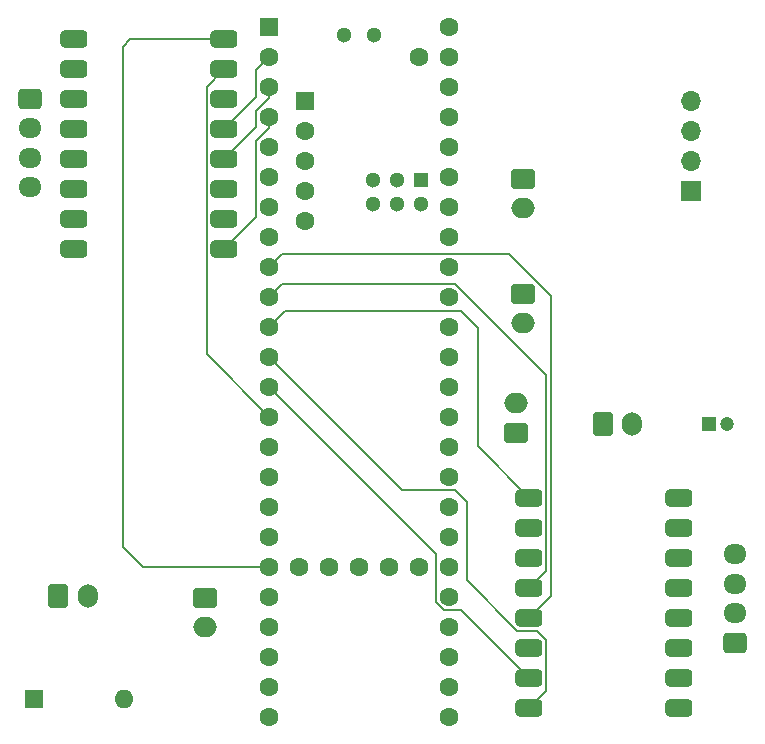
<source format=gbr>
%TF.GenerationSoftware,KiCad,Pcbnew,9.0.1*%
%TF.CreationDate,2025-05-12T19:20:38-04:00*%
%TF.ProjectId,science-board-new,73636965-6e63-4652-9d62-6f6172642d6e,rev?*%
%TF.SameCoordinates,Original*%
%TF.FileFunction,Copper,L4,Bot*%
%TF.FilePolarity,Positive*%
%FSLAX46Y46*%
G04 Gerber Fmt 4.6, Leading zero omitted, Abs format (unit mm)*
G04 Created by KiCad (PCBNEW 9.0.1) date 2025-05-12 19:20:38*
%MOMM*%
%LPD*%
G01*
G04 APERTURE LIST*
G04 Aperture macros list*
%AMRoundRect*
0 Rectangle with rounded corners*
0 $1 Rounding radius*
0 $2 $3 $4 $5 $6 $7 $8 $9 X,Y pos of 4 corners*
0 Add a 4 corners polygon primitive as box body*
4,1,4,$2,$3,$4,$5,$6,$7,$8,$9,$2,$3,0*
0 Add four circle primitives for the rounded corners*
1,1,$1+$1,$2,$3*
1,1,$1+$1,$4,$5*
1,1,$1+$1,$6,$7*
1,1,$1+$1,$8,$9*
0 Add four rect primitives between the rounded corners*
20,1,$1+$1,$2,$3,$4,$5,0*
20,1,$1+$1,$4,$5,$6,$7,0*
20,1,$1+$1,$6,$7,$8,$9,0*
20,1,$1+$1,$8,$9,$2,$3,0*%
G04 Aperture macros list end*
%TA.AperFunction,ComponentPad*%
%ADD10O,1.600000X1.600000*%
%TD*%
%TA.AperFunction,ComponentPad*%
%ADD11R,1.600000X1.600000*%
%TD*%
%TA.AperFunction,ComponentPad*%
%ADD12O,1.700000X2.000000*%
%TD*%
%TA.AperFunction,ComponentPad*%
%ADD13RoundRect,0.250000X-0.600000X-0.750000X0.600000X-0.750000X0.600000X0.750000X-0.600000X0.750000X0*%
%TD*%
%TA.AperFunction,ComponentPad*%
%ADD14R,1.700000X1.700000*%
%TD*%
%TA.AperFunction,ComponentPad*%
%ADD15O,1.700000X1.700000*%
%TD*%
%TA.AperFunction,ComponentPad*%
%ADD16RoundRect,0.250000X0.725000X-0.600000X0.725000X0.600000X-0.725000X0.600000X-0.725000X-0.600000X0*%
%TD*%
%TA.AperFunction,ComponentPad*%
%ADD17O,1.950000X1.700000*%
%TD*%
%TA.AperFunction,ComponentPad*%
%ADD18RoundRect,0.381000X0.762000X0.381000X-0.762000X0.381000X-0.762000X-0.381000X0.762000X-0.381000X0*%
%TD*%
%TA.AperFunction,ComponentPad*%
%ADD19RoundRect,0.381000X-0.762000X-0.381000X0.762000X-0.381000X0.762000X0.381000X-0.762000X0.381000X0*%
%TD*%
%TA.AperFunction,ComponentPad*%
%ADD20RoundRect,0.250000X-0.750000X0.600000X-0.750000X-0.600000X0.750000X-0.600000X0.750000X0.600000X0*%
%TD*%
%TA.AperFunction,ComponentPad*%
%ADD21O,2.000000X1.700000*%
%TD*%
%TA.AperFunction,ComponentPad*%
%ADD22C,1.600000*%
%TD*%
%TA.AperFunction,ComponentPad*%
%ADD23R,1.300000X1.300000*%
%TD*%
%TA.AperFunction,ComponentPad*%
%ADD24C,1.300000*%
%TD*%
%TA.AperFunction,ComponentPad*%
%ADD25R,1.200000X1.200000*%
%TD*%
%TA.AperFunction,ComponentPad*%
%ADD26C,1.200000*%
%TD*%
%TA.AperFunction,ComponentPad*%
%ADD27RoundRect,0.250000X-0.725000X0.600000X-0.725000X-0.600000X0.725000X-0.600000X0.725000X0.600000X0*%
%TD*%
%TA.AperFunction,ComponentPad*%
%ADD28RoundRect,0.250000X0.750000X-0.600000X0.750000X0.600000X-0.750000X0.600000X-0.750000X-0.600000X0*%
%TD*%
%TA.AperFunction,Conductor*%
%ADD29C,0.200000*%
%TD*%
G04 APERTURE END LIST*
D10*
%TO.P,Switch1,2*%
%TO.N,Net-(24To5V1-Vin)*%
X78102500Y-128700000D03*
D11*
%TO.P,Switch1,1*%
%TO.N,Net-(24V1-Pin_1)*%
X70482500Y-128700000D03*
%TD*%
D12*
%TO.P,24V1,2,Pin_2*%
%TO.N,/GND_Teensy*%
X75000000Y-120000000D03*
D13*
%TO.P,24V1,1,Pin_1*%
%TO.N,Net-(24V1-Pin_1)*%
X72500000Y-120000000D03*
%TD*%
%TO.P,Serial3,1,Pin_1*%
%TO.N,/TX_Serial_3*%
X118580000Y-105390000D03*
D12*
%TO.P,Serial3,2,Pin_2*%
%TO.N,/RX_Serial_3*%
X121080000Y-105390000D03*
%TD*%
D14*
%TO.P,24To5V1,1,SHDN*%
%TO.N,unconnected-(24To5V1-SHDN-Pad1)*%
X126080000Y-85690000D03*
D15*
%TO.P,24To5V1,2,Vin*%
%TO.N,Net-(24To5V1-Vin)*%
X126080000Y-83150000D03*
%TO.P,24To5V1,3,GND*%
%TO.N,/GND_Teensy*%
X126080000Y-80610000D03*
%TO.P,24To5V1,4,Vout*%
%TO.N,Net-(24To5V1-Vout)*%
X126080000Y-78070000D03*
%TD*%
D16*
%TO.P,Stepper2,1,Pin_1*%
%TO.N,Net-(Stepper2-Pin_1)*%
X129800000Y-123940000D03*
D17*
%TO.P,Stepper2,2,Pin_2*%
%TO.N,Net-(Stepper2-Pin_2)*%
X129800000Y-121440000D03*
%TO.P,Stepper2,3,Pin_3*%
%TO.N,Net-(Stepper2-Pin_3)*%
X129800000Y-118940000D03*
%TO.P,Stepper2,4,Pin_4*%
%TO.N,Net-(Stepper2-Pin_4)*%
X129800000Y-116440000D03*
%TD*%
D18*
%TO.P,StepperController1,1,EN*%
%TO.N,/OUT_2*%
X86500000Y-90640000D03*
%TO.P,StepperController1,2,MS1*%
%TO.N,unconnected-(StepperController1-MS1-Pad2)*%
X86500000Y-88100000D03*
%TO.P,StepperController1,3,MS2*%
%TO.N,unconnected-(StepperController1-MS2-Pad3)*%
X86500000Y-85560000D03*
%TO.P,StepperController1,4,RX*%
%TO.N,/TX_Stepper_Motor_1*%
X86500000Y-83020000D03*
%TO.P,StepperController1,5,TX*%
%TO.N,/RX_Stepper_Motor_1*%
X86500000Y-80480000D03*
%TO.P,StepperController1,6,CLK*%
%TO.N,unconnected-(StepperController1-CLK-Pad6)*%
X86500000Y-77940000D03*
%TO.P,StepperController1,7,STEP*%
%TO.N,/STEP_Stepper_Motor_1*%
X86500000Y-75400000D03*
%TO.P,StepperController1,8,DIR*%
%TO.N,/DIR_Stepper_Motor_1*%
X86500000Y-72860000D03*
%TO.P,StepperController1,9,VS*%
%TO.N,Net-(24To5V1-Vin)*%
X73800000Y-90640000D03*
%TO.P,StepperController1,10,GND*%
%TO.N,/GND_Teensy*%
X73800000Y-88100000D03*
%TO.P,StepperController1,11,A2*%
%TO.N,Net-(Stepper1-Pin_4)*%
X73800000Y-85560000D03*
%TO.P,StepperController1,12,A1*%
%TO.N,Net-(Stepper1-Pin_3)*%
X73800000Y-83020000D03*
%TO.P,StepperController1,13,B1*%
%TO.N,Net-(Stepper1-Pin_2)*%
X73800000Y-80480000D03*
%TO.P,StepperController1,14,B2*%
%TO.N,Net-(Stepper1-Pin_1)*%
X73800000Y-77940000D03*
%TO.P,StepperController1,15,VIO*%
%TO.N,/3v3_Stepper_Motor_1*%
X73800000Y-75400000D03*
%TO.P,StepperController1,16,GND*%
%TO.N,/GND_Teensy*%
X73800000Y-72860000D03*
%TD*%
D19*
%TO.P,StepperController2,1,EN*%
%TO.N,/OUT_1*%
X112380000Y-111690000D03*
%TO.P,StepperController2,2,MS1*%
%TO.N,unconnected-(StepperController2-MS1-Pad2)*%
X112380000Y-114230000D03*
%TO.P,StepperController2,3,MS2*%
%TO.N,unconnected-(StepperController2-MS2-Pad3)*%
X112380000Y-116770000D03*
%TO.P,StepperController2,4,RX*%
%TO.N,/TX_Stepper_Motor_2*%
X112380000Y-119310000D03*
%TO.P,StepperController2,5,TX*%
%TO.N,/RX_Stepper_Motor_2*%
X112380000Y-121850000D03*
%TO.P,StepperController2,6,CLK*%
%TO.N,unconnected-(StepperController2-CLK-Pad6)*%
X112380000Y-124390000D03*
%TO.P,StepperController2,7,STEP*%
%TO.N,/STEP_Stepper_Motor_2*%
X112380000Y-126930000D03*
%TO.P,StepperController2,8,DIR*%
%TO.N,/DIR_Stepper_Motor_2*%
X112380000Y-129470000D03*
%TO.P,StepperController2,9,VS*%
%TO.N,Net-(24To5V1-Vin)*%
X125080000Y-111690000D03*
%TO.P,StepperController2,10,GND*%
%TO.N,/GND_Teensy*%
X125080000Y-114230000D03*
%TO.P,StepperController2,11,A2*%
%TO.N,Net-(Stepper2-Pin_4)*%
X125080000Y-116770000D03*
%TO.P,StepperController2,12,A1*%
%TO.N,Net-(Stepper2-Pin_3)*%
X125080000Y-119310000D03*
%TO.P,StepperController2,13,B1*%
%TO.N,Net-(Stepper2-Pin_2)*%
X125080000Y-121850000D03*
%TO.P,StepperController2,14,B2*%
%TO.N,Net-(Stepper2-Pin_1)*%
X125080000Y-124390000D03*
%TO.P,StepperController2,15,VIO*%
%TO.N,/3v3_Stepper_Motor_2*%
X125080000Y-126930000D03*
%TO.P,StepperController2,16,GND*%
%TO.N,/GND_Teensy*%
X125080000Y-129470000D03*
%TD*%
D20*
%TO.P,BrushedMotorControllerSerial1,1,Pin_1*%
%TO.N,/RX_drill*%
X84880000Y-120140000D03*
D21*
%TO.P,BrushedMotorControllerSerial1,2,Pin_2*%
%TO.N,/TX_drill*%
X84880000Y-122640000D03*
%TD*%
D11*
%TO.P,U1,1,GND*%
%TO.N,/GND_Teensy*%
X90370000Y-71790000D03*
D22*
%TO.P,U1,2,0_RX1_CRX2_CS1*%
%TO.N,/RX_Stepper_Motor_1*%
X90370000Y-74330000D03*
%TO.P,U1,3,1_TX1_CTX2_MISO1*%
%TO.N,/TX_Stepper_Motor_1*%
X90370000Y-76870000D03*
%TO.P,U1,4,2_OUT2*%
%TO.N,/OUT_2*%
X90370000Y-79410000D03*
%TO.P,U1,5,3_LRCLK2*%
%TO.N,unconnected-(U1-3_LRCLK2-Pad5)*%
X90370000Y-81950000D03*
%TO.P,U1,6,4_BCLK2*%
%TO.N,unconnected-(U1-4_BCLK2-Pad6)*%
X90370000Y-84490000D03*
%TO.P,U1,7,5_IN2*%
%TO.N,unconnected-(U1-5_IN2-Pad7)*%
X90370000Y-87030000D03*
%TO.P,U1,8,6_OUT1D*%
%TO.N,unconnected-(U1-6_OUT1D-Pad8)*%
X90370000Y-89570000D03*
%TO.P,U1,9,7_RX2_OUT1A*%
%TO.N,/RX_Stepper_Motor_2*%
X90370000Y-92110000D03*
%TO.P,U1,10,8_TX2_IN1*%
%TO.N,/TX_Stepper_Motor_2*%
X90370000Y-94650000D03*
%TO.P,U1,11,9_OUT1C*%
%TO.N,/OUT_1*%
X90370000Y-97190000D03*
%TO.P,U1,12,10_CS_MQSR*%
%TO.N,/DIR_Stepper_Motor_2*%
X90370000Y-99730000D03*
%TO.P,U1,13,11_MOSI_CTX1*%
%TO.N,/STEP_Stepper_Motor_2*%
X90370000Y-102270000D03*
%TO.P,U1,14,12_MISO_MQSL*%
%TO.N,/STEP_Stepper_Motor_1*%
X90370000Y-104810000D03*
%TO.P,U1,15,3V3*%
%TO.N,/3v3_Stepper_Motor_2*%
X90370000Y-107350000D03*
%TO.P,U1,16,24_A10_TX6_SCL2*%
%TO.N,unconnected-(U1-24_A10_TX6_SCL2-Pad16)*%
X90370000Y-109890000D03*
%TO.P,U1,17,25_A11_RX6_SDA2*%
%TO.N,unconnected-(U1-25_A11_RX6_SDA2-Pad17)*%
X90370000Y-112430000D03*
%TO.P,U1,18,26_A12_MOSI1*%
%TO.N,unconnected-(U1-26_A12_MOSI1-Pad18)*%
X90370000Y-114970000D03*
%TO.P,U1,19,27_A13_SCK1*%
%TO.N,/DIR_Stepper_Motor_1*%
X90370000Y-117510000D03*
%TO.P,U1,20,28_RX7*%
%TO.N,/RX_drill*%
X90370000Y-120050000D03*
%TO.P,U1,21,29_TX7*%
%TO.N,/TX_drill*%
X90370000Y-122590000D03*
%TO.P,U1,22,30_CRX3*%
%TO.N,unconnected-(U1-30_CRX3-Pad22)*%
X90370000Y-125130000D03*
%TO.P,U1,23,31_CTX3*%
%TO.N,unconnected-(U1-31_CTX3-Pad23)*%
X90370000Y-127670000D03*
%TO.P,U1,24,32_OUT1B*%
%TO.N,unconnected-(U1-32_OUT1B-Pad24)*%
X90370000Y-130210000D03*
%TO.P,U1,25,33_MCLK2*%
%TO.N,unconnected-(U1-33_MCLK2-Pad25)*%
X105610000Y-130210000D03*
%TO.P,U1,26,34_RX8*%
%TO.N,/RX_Serial_3*%
X105610000Y-127670000D03*
%TO.P,U1,27,35_TX8*%
%TO.N,/TX_Serial_3*%
X105610000Y-125130000D03*
%TO.P,U1,28,36_CS*%
%TO.N,unconnected-(U1-36_CS-Pad28)*%
X105610000Y-122590000D03*
%TO.P,U1,29,37_CS*%
%TO.N,unconnected-(U1-37_CS-Pad29)*%
X105610000Y-120050000D03*
%TO.P,U1,30,38_CS1_IN1*%
%TO.N,unconnected-(U1-38_CS1_IN1-Pad30)*%
X105610000Y-117510000D03*
%TO.P,U1,31,39_MISO1_OUT1A*%
%TO.N,unconnected-(U1-39_MISO1_OUT1A-Pad31)*%
X105610000Y-114970000D03*
%TO.P,U1,32,40_A16*%
%TO.N,unconnected-(U1-40_A16-Pad32)*%
X105610000Y-112430000D03*
%TO.P,U1,33,41_A17*%
%TO.N,unconnected-(U1-41_A17-Pad33)*%
X105610000Y-109890000D03*
%TO.P,U1,34,GND*%
%TO.N,/GND_Teensy*%
X105610000Y-107350000D03*
%TO.P,U1,35,13_SCK_LED*%
%TO.N,unconnected-(U1-13_SCK_LED-Pad35)*%
X105610000Y-104810000D03*
%TO.P,U1,36,14_A0_TX3_SPDIF_OUT*%
%TO.N,/TX_Serial_2*%
X105610000Y-102270000D03*
%TO.P,U1,37,15_A1_RX3_SPDIF_IN*%
%TO.N,/RX_Serial_2*%
X105610000Y-99730000D03*
%TO.P,U1,38,16_A2_RX4_SCL1*%
%TO.N,/RX_Serial_1*%
X105610000Y-97190000D03*
%TO.P,U1,39,17_A3_TX4_SDA1*%
%TO.N,/TX_Serial_1*%
X105610000Y-94650000D03*
%TO.P,U1,40,18_A4_SDA*%
%TO.N,unconnected-(U1-18_A4_SDA-Pad40)*%
X105610000Y-92110000D03*
%TO.P,U1,41,19_A5_SCL*%
%TO.N,unconnected-(U1-19_A5_SCL-Pad41)*%
X105610000Y-89570000D03*
%TO.P,U1,42,20_A6_TX5_LRCLK1*%
%TO.N,/TX_5_H_Bridge*%
X105610000Y-87030000D03*
%TO.P,U1,43,21_A7_RX5_BCLK1*%
%TO.N,/RX_5_H_Bridge*%
X105610000Y-84490000D03*
%TO.P,U1,44,22_A8_CTX1*%
%TO.N,unconnected-(U1-22_A8_CTX1-Pad44)*%
X105610000Y-81950000D03*
%TO.P,U1,45,23_A9_CRX1_MCLK1*%
%TO.N,unconnected-(U1-23_A9_CRX1_MCLK1-Pad45)*%
X105610000Y-79410000D03*
%TO.P,U1,46,3V3*%
%TO.N,/3v3_Stepper_Motor_1*%
X105610000Y-76870000D03*
%TO.P,U1,47,GND*%
%TO.N,/GND_Teensy*%
X105610000Y-74330000D03*
%TO.P,U1,48,VIN*%
%TO.N,Net-(24To5V1-Vout)*%
X105610000Y-71790000D03*
%TO.P,U1,49,VUSB*%
%TO.N,unconnected-(U1-VUSB-Pad49)*%
X103070000Y-74330000D03*
%TO.P,U1,50,VBAT*%
%TO.N,unconnected-(U1-VBAT-Pad50)*%
X92910000Y-117510000D03*
%TO.P,U1,51,3V3*%
%TO.N,unconnected-(U1-3V3-Pad51)*%
X95450000Y-117510000D03*
%TO.P,U1,52,GND*%
%TO.N,unconnected-(U1-GND-Pad52)*%
X97990000Y-117510000D03*
%TO.P,U1,53,PROGRAM*%
%TO.N,unconnected-(U1-PROGRAM-Pad53)*%
X100530000Y-117510000D03*
%TO.P,U1,54,ON_OFF*%
%TO.N,unconnected-(U1-ON_OFF-Pad54)*%
X103070000Y-117510000D03*
D11*
%TO.P,U1,55,5V*%
%TO.N,unconnected-(U1-5V-Pad55)*%
X93420800Y-78089200D03*
D22*
%TO.P,U1,56,D-*%
%TO.N,unconnected-(U1-D--Pad56)*%
X93420800Y-80629200D03*
%TO.P,U1,57,D+*%
%TO.N,unconnected-(U1-D+-Pad57)*%
X93420800Y-83169200D03*
%TO.P,U1,58,GND*%
%TO.N,unconnected-(U1-GND-Pad58)*%
X93420800Y-85709200D03*
%TO.P,U1,59,GND*%
%TO.N,unconnected-(U1-GND-Pad59)*%
X93420800Y-88249200D03*
D23*
%TO.P,U1,60,R+*%
%TO.N,unconnected-(U1-R+-Pad60)*%
X103171600Y-84760000D03*
D24*
%TO.P,U1,61,LED*%
%TO.N,unconnected-(U1-LED-Pad61)*%
X101171600Y-84760000D03*
%TO.P,U1,62,T-*%
%TO.N,unconnected-(U1-T--Pad62)*%
X99171600Y-84760000D03*
%TO.P,U1,63,T+*%
%TO.N,unconnected-(U1-T+-Pad63)*%
X99171600Y-86760000D03*
%TO.P,U1,64,GND*%
%TO.N,unconnected-(U1-GND-Pad64)*%
X101171600Y-86760000D03*
%TO.P,U1,65,R-*%
%TO.N,unconnected-(U1-R--Pad65)*%
X103171600Y-86760000D03*
%TO.P,U1,66,D-*%
%TO.N,unconnected-(U1-D--Pad66)*%
X99260000Y-72520000D03*
%TO.P,U1,67,D+*%
%TO.N,unconnected-(U1-D+-Pad67)*%
X96720000Y-72520000D03*
%TD*%
D25*
%TO.P,C1,1*%
%TO.N,Net-(24To5V1-Vin)*%
X127580000Y-105390000D03*
D26*
%TO.P,C1,2*%
%TO.N,/GND_Teensy*%
X129080000Y-105390000D03*
%TD*%
D20*
%TO.P,Serial1,1,Pin_1*%
%TO.N,/TX_Serial_1*%
X111880000Y-94390000D03*
D21*
%TO.P,Serial1,2,Pin_2*%
%TO.N,/RX_Serial_1*%
X111880000Y-96890000D03*
%TD*%
D27*
%TO.P,Stepper1,1,Pin_1*%
%TO.N,Net-(Stepper1-Pin_1)*%
X70080000Y-77890000D03*
D17*
%TO.P,Stepper1,2,Pin_2*%
%TO.N,Net-(Stepper1-Pin_2)*%
X70080000Y-80390000D03*
%TO.P,Stepper1,3,Pin_3*%
%TO.N,Net-(Stepper1-Pin_3)*%
X70080000Y-82890000D03*
%TO.P,Stepper1,4,Pin_4*%
%TO.N,Net-(Stepper1-Pin_4)*%
X70080000Y-85390000D03*
%TD*%
D28*
%TO.P,Serial2,1,Pin_1*%
%TO.N,/TX_Serial_2*%
X111280000Y-106140000D03*
D21*
%TO.P,Serial2,2,Pin_2*%
%TO.N,/RX_Serial_2*%
X111280000Y-103640000D03*
%TD*%
D20*
%TO.P,H_Bridge_Serial1,1,Pin_1*%
%TO.N,/RX_5_H_Bridge*%
X111880000Y-84640000D03*
D21*
%TO.P,H_Bridge_Serial1,2,Pin_2*%
%TO.N,/TX_5_H_Bridge*%
X111880000Y-87140000D03*
%TD*%
D29*
%TO.N,/DIR_Stepper_Motor_1*%
X78000000Y-115810000D02*
X79700000Y-117510000D01*
X78610000Y-72860000D02*
X78000000Y-73470000D01*
X79700000Y-117510000D02*
X90370000Y-117510000D01*
X86500000Y-72860000D02*
X78610000Y-72860000D01*
X78000000Y-73470000D02*
X78000000Y-115810000D01*
%TO.N,/TX_Stepper_Motor_1*%
X90370000Y-77854365D02*
X90370000Y-76870000D01*
X86500000Y-83020000D02*
X89270000Y-80250000D01*
X89270000Y-78954365D02*
X90370000Y-77854365D01*
X89270000Y-80250000D02*
X89270000Y-78954365D01*
%TO.N,/RX_Stepper_Motor_1*%
X89270000Y-77710000D02*
X89270000Y-75430000D01*
X86500000Y-80480000D02*
X89270000Y-77710000D01*
X89270000Y-75430000D02*
X90370000Y-74330000D01*
%TO.N,/OUT_2*%
X89270000Y-87870000D02*
X89270000Y-81494365D01*
X89270000Y-81494365D02*
X90370000Y-80394365D01*
X86500000Y-90640000D02*
X89270000Y-87870000D01*
X90370000Y-80394365D02*
X90370000Y-79410000D01*
%TO.N,/RX_Stepper_Motor_2*%
X91470000Y-91010000D02*
X90370000Y-92110000D01*
X114223000Y-94598256D02*
X110634744Y-91010000D01*
X114223000Y-120007000D02*
X114223000Y-94598256D01*
X112380000Y-121850000D02*
X114223000Y-120007000D01*
X110634744Y-91010000D02*
X91470000Y-91010000D01*
%TO.N,/OUT_1*%
X108000000Y-107310000D02*
X108000000Y-97310000D01*
X108000000Y-97310000D02*
X106580000Y-95890000D01*
X91670000Y-95890000D02*
X90370000Y-97190000D01*
X106580000Y-95890000D02*
X91670000Y-95890000D01*
X112380000Y-111690000D02*
X108000000Y-107310000D01*
%TO.N,/DIR_Stepper_Motor_2*%
X101630000Y-110990000D02*
X90370000Y-99730000D01*
X106065635Y-110990000D02*
X101630000Y-110990000D01*
X112380000Y-129470000D02*
X113823000Y-128027000D01*
X113823000Y-128027000D02*
X113823000Y-123726920D01*
X107080000Y-112004365D02*
X106065635Y-110990000D01*
X111335920Y-122912000D02*
X107080000Y-118656080D01*
X113008080Y-122912000D02*
X111335920Y-122912000D01*
X113823000Y-123726920D02*
X113008080Y-122912000D01*
X107080000Y-118656080D02*
X107080000Y-112004365D01*
%TO.N,/TX_Stepper_Motor_2*%
X113823000Y-101307365D02*
X106065635Y-93550000D01*
X91470000Y-93550000D02*
X90370000Y-94650000D01*
X113823000Y-117867000D02*
X113823000Y-101307365D01*
X112380000Y-119310000D02*
X113823000Y-117867000D01*
X106065635Y-93550000D02*
X91470000Y-93550000D01*
%TO.N,/STEP_Stepper_Motor_2*%
X112380000Y-126930000D02*
X106600000Y-121150000D01*
X104510000Y-116410000D02*
X90370000Y-102270000D01*
X104510000Y-120505635D02*
X104510000Y-116410000D01*
X106600000Y-121150000D02*
X105154365Y-121150000D01*
X105154365Y-121150000D02*
X104510000Y-120505635D01*
%TO.N,/STEP_Stepper_Motor_1*%
X90370000Y-104810000D02*
X85057000Y-99497000D01*
X85057000Y-99497000D02*
X85057000Y-76843000D01*
X85057000Y-76843000D02*
X86500000Y-75400000D01*
%TD*%
M02*

</source>
